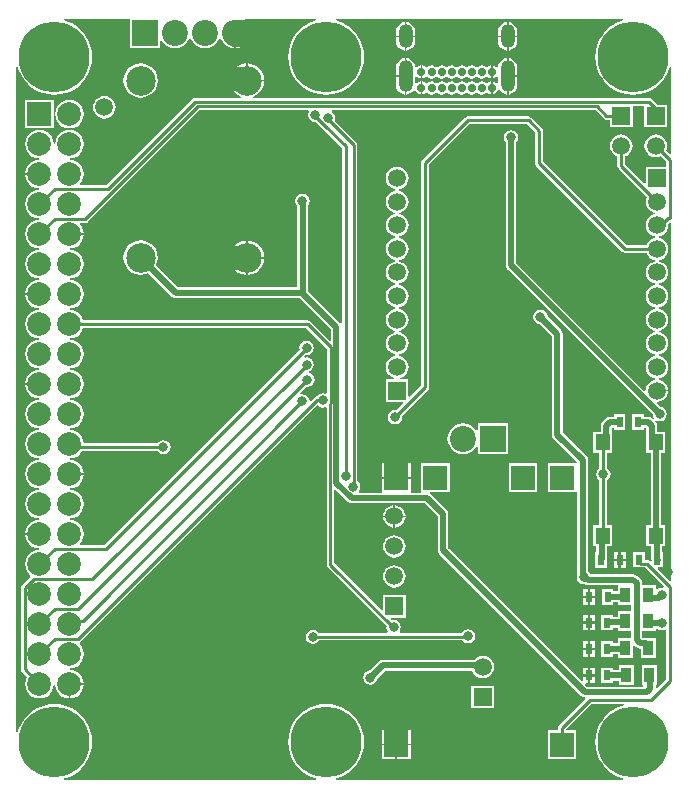
<source format=gbl>
G04*
G04 #@! TF.GenerationSoftware,Altium Limited,Altium Designer,20.0.13 (296)*
G04*
G04 Layer_Physical_Order=2*
G04 Layer_Color=16711680*
%FSLAX44Y44*%
%MOMM*%
G71*
G01*
G75*
%ADD12C,0.5000*%
%ADD14C,0.2540*%
%ADD43R,0.6000X0.9000*%
%ADD50C,2.0000*%
%ADD58R,1.5000X1.5000*%
%ADD59C,1.5000*%
%ADD60O,1.2000X2.0000*%
%ADD61O,1.2000X2.7000*%
%ADD62C,0.7100*%
%ADD63R,2.0000X2.0000*%
%ADD64C,2.5000*%
%ADD65R,2.0000X2.0000*%
%ADD66C,2.0000*%
%ADD67C,2.2000*%
%ADD68R,2.2000X2.2000*%
%ADD69C,6.0000*%
%ADD70C,0.8000*%
%ADD71R,0.9000X1.3000*%
%ADD72R,1.2000X1.4000*%
%ADD73C,2.3000*%
G36*
X1651100Y969702D02*
Y945000D01*
X1677100D01*
Y950809D01*
X1678370Y951150D01*
X1680228Y948728D01*
X1682944Y946645D01*
X1686106Y945335D01*
X1689500Y944888D01*
X1692894Y945335D01*
X1696056Y946645D01*
X1698772Y948728D01*
X1700856Y951444D01*
X1701513Y953031D01*
X1702887D01*
X1703544Y951444D01*
X1705628Y948728D01*
X1708344Y946645D01*
X1711506Y945335D01*
X1714900Y944888D01*
X1718294Y945335D01*
X1721456Y946645D01*
X1724172Y948728D01*
X1726255Y951444D01*
X1726913Y953031D01*
X1728287D01*
X1728945Y951444D01*
X1731028Y948728D01*
X1733744Y946645D01*
X1736906Y945335D01*
X1739550Y944987D01*
Y958000D01*
X1740300D01*
Y958750D01*
X1753313D01*
X1752965Y961394D01*
X1751655Y964556D01*
X1749572Y967272D01*
X1748060Y968432D01*
X1748491Y969702D01*
X1809112Y969702D01*
X1809262Y968432D01*
X1807581Y968028D01*
X1802927Y966100D01*
X1798633Y963469D01*
X1794803Y960197D01*
X1791531Y956367D01*
X1788900Y952073D01*
X1786972Y947419D01*
X1785796Y942521D01*
X1785401Y937500D01*
X1785796Y932479D01*
X1786972Y927581D01*
X1788900Y922927D01*
X1791531Y918633D01*
X1794803Y914803D01*
X1798633Y911531D01*
X1802927Y908900D01*
X1807581Y906972D01*
X1812479Y905796D01*
X1817500Y905401D01*
X1822521Y905796D01*
X1827419Y906972D01*
X1832073Y908900D01*
X1836367Y911531D01*
X1840197Y914803D01*
X1843469Y918633D01*
X1846100Y922927D01*
X1848028Y927581D01*
X1849204Y932479D01*
X1849599Y937500D01*
X1849204Y942521D01*
X1848028Y947419D01*
X1846100Y952073D01*
X1843469Y956367D01*
X1840197Y960197D01*
X1836367Y963469D01*
X1832073Y966100D01*
X1827419Y968028D01*
X1825738Y968432D01*
X1825888Y969702D01*
X2069110Y969701D01*
X2069260Y968431D01*
X2067581Y968028D01*
X2062927Y966100D01*
X2058633Y963469D01*
X2054803Y960197D01*
X2051531Y956367D01*
X2048900Y952073D01*
X2046972Y947419D01*
X2045796Y942521D01*
X2045401Y937500D01*
X2045796Y932479D01*
X2046972Y927581D01*
X2048900Y922927D01*
X2051531Y918633D01*
X2054803Y914803D01*
X2058633Y911531D01*
X2062927Y908900D01*
X2067581Y906972D01*
X2072479Y905796D01*
X2077500Y905401D01*
X2082521Y905796D01*
X2087419Y906972D01*
X2092073Y908900D01*
X2096367Y911531D01*
X2100197Y914803D01*
X2103469Y918633D01*
X2106100Y922927D01*
X2108028Y927581D01*
X2108432Y929264D01*
X2109702Y929114D01*
X2109702Y855423D01*
X2108529Y854937D01*
X2105152Y858313D01*
X2105755Y859770D01*
X2106082Y862250D01*
X2105755Y864730D01*
X2104798Y867041D01*
X2103275Y869025D01*
X2101291Y870548D01*
X2098980Y871505D01*
X2096500Y871832D01*
X2094020Y871505D01*
X2091709Y870548D01*
X2089724Y869025D01*
X2088202Y867041D01*
X2087245Y864730D01*
X2086918Y862250D01*
X2087245Y859770D01*
X2088202Y857459D01*
X2089724Y855474D01*
X2091709Y853952D01*
X2094020Y852995D01*
X2096500Y852668D01*
X2098980Y852995D01*
X2100437Y853598D01*
X2104916Y849119D01*
Y844500D01*
X2088250D01*
Y830874D01*
X2087077Y830388D01*
X2070834Y846631D01*
Y853348D01*
X2072291Y853952D01*
X2074276Y855474D01*
X2075798Y857459D01*
X2076756Y859770D01*
X2077082Y862250D01*
X2076756Y864730D01*
X2075798Y867041D01*
X2074276Y869025D01*
X2072291Y870548D01*
X2069980Y871505D01*
X2067500Y871832D01*
X2065020Y871505D01*
X2062709Y870548D01*
X2060725Y869025D01*
X2059202Y867041D01*
X2058244Y864730D01*
X2057918Y862250D01*
X2058244Y859770D01*
X2059202Y857459D01*
X2060725Y855474D01*
X2062709Y853952D01*
X2064166Y853348D01*
Y845250D01*
X2064420Y843974D01*
X2065143Y842893D01*
X2089098Y818937D01*
X2088495Y817480D01*
X2088168Y815000D01*
X2088495Y812520D01*
X2089452Y810209D01*
X2090975Y808224D01*
X2092959Y806702D01*
X2095270Y805744D01*
X2096060Y805640D01*
Y804360D01*
X2095270Y804256D01*
X2092959Y803298D01*
X2090975Y801776D01*
X2089452Y799791D01*
X2088495Y797480D01*
X2088168Y795000D01*
X2088495Y792520D01*
X2089452Y790209D01*
X2090975Y788225D01*
X2092959Y786702D01*
X2095270Y785745D01*
X2096060Y785640D01*
Y784360D01*
X2095270Y784256D01*
X2092959Y783298D01*
X2090975Y781775D01*
X2089452Y779791D01*
X2088848Y778334D01*
X2071881D01*
X2001084Y849131D01*
Y875000D01*
X2000830Y876276D01*
X2000108Y877357D01*
X1991358Y886107D01*
X1990276Y886830D01*
X1989000Y887084D01*
X1937250D01*
X1935974Y886830D01*
X1934892Y886107D01*
X1898893Y850107D01*
X1898170Y849026D01*
X1897916Y847750D01*
Y659381D01*
X1888423Y649888D01*
X1887250Y650374D01*
Y664500D01*
X1880421D01*
X1880230Y665745D01*
X1882541Y666702D01*
X1884525Y668225D01*
X1886048Y670209D01*
X1887005Y672520D01*
X1887332Y675000D01*
X1887005Y677480D01*
X1886048Y679791D01*
X1884525Y681776D01*
X1882541Y683298D01*
X1880230Y684256D01*
X1879440Y684360D01*
Y685640D01*
X1880230Y685745D01*
X1882541Y686702D01*
X1884525Y688225D01*
X1886048Y690209D01*
X1887005Y692520D01*
X1887332Y695000D01*
X1887005Y697480D01*
X1886048Y699791D01*
X1884525Y701776D01*
X1882541Y703298D01*
X1880230Y704256D01*
X1879440Y704360D01*
Y705640D01*
X1880230Y705745D01*
X1882541Y706702D01*
X1884525Y708225D01*
X1886048Y710209D01*
X1887005Y712520D01*
X1887332Y715000D01*
X1887005Y717480D01*
X1886048Y719791D01*
X1884525Y721776D01*
X1882541Y723298D01*
X1880230Y724256D01*
X1879440Y724360D01*
Y725640D01*
X1880230Y725744D01*
X1882541Y726702D01*
X1884525Y728225D01*
X1886048Y730209D01*
X1887005Y732520D01*
X1887332Y735000D01*
X1887005Y737480D01*
X1886048Y739791D01*
X1884525Y741776D01*
X1882541Y743298D01*
X1880230Y744256D01*
X1879440Y744360D01*
Y745640D01*
X1880230Y745745D01*
X1882541Y746702D01*
X1884525Y748225D01*
X1886048Y750209D01*
X1887005Y752520D01*
X1887332Y755000D01*
X1887005Y757480D01*
X1886048Y759791D01*
X1884525Y761776D01*
X1882541Y763298D01*
X1880230Y764256D01*
X1879440Y764360D01*
Y765640D01*
X1880230Y765744D01*
X1882541Y766702D01*
X1884525Y768224D01*
X1886048Y770209D01*
X1887005Y772520D01*
X1887332Y775000D01*
X1887005Y777480D01*
X1886048Y779791D01*
X1884525Y781775D01*
X1882541Y783298D01*
X1880230Y784256D01*
X1879440Y784360D01*
Y785640D01*
X1880230Y785745D01*
X1882541Y786702D01*
X1884525Y788225D01*
X1886048Y790209D01*
X1887005Y792520D01*
X1887332Y795000D01*
X1887005Y797480D01*
X1886048Y799791D01*
X1884525Y801776D01*
X1882541Y803298D01*
X1880230Y804256D01*
X1879440Y804360D01*
Y805640D01*
X1880230Y805745D01*
X1882541Y806702D01*
X1884525Y808225D01*
X1886048Y810209D01*
X1887005Y812520D01*
X1887332Y815000D01*
X1887005Y817480D01*
X1886048Y819791D01*
X1884525Y821776D01*
X1882541Y823298D01*
X1880230Y824256D01*
X1879440Y824360D01*
Y825640D01*
X1880230Y825745D01*
X1882541Y826702D01*
X1884525Y828225D01*
X1886048Y830209D01*
X1887005Y832520D01*
X1887332Y835000D01*
X1887005Y837480D01*
X1886048Y839791D01*
X1884525Y841776D01*
X1882541Y843298D01*
X1880230Y844256D01*
X1877750Y844582D01*
X1875270Y844256D01*
X1872959Y843298D01*
X1870975Y841776D01*
X1869452Y839791D01*
X1868495Y837480D01*
X1868168Y835000D01*
X1868495Y832520D01*
X1869452Y830209D01*
X1870975Y828225D01*
X1872959Y826702D01*
X1875270Y825745D01*
X1876060Y825640D01*
Y824360D01*
X1875270Y824256D01*
X1872959Y823298D01*
X1870975Y821776D01*
X1869452Y819791D01*
X1868495Y817480D01*
X1868168Y815000D01*
X1868495Y812520D01*
X1869452Y810209D01*
X1870975Y808225D01*
X1872959Y806702D01*
X1875270Y805745D01*
X1876060Y805640D01*
Y804360D01*
X1875270Y804256D01*
X1872959Y803298D01*
X1870975Y801776D01*
X1869452Y799791D01*
X1868495Y797480D01*
X1868168Y795000D01*
X1868495Y792520D01*
X1869452Y790209D01*
X1870975Y788225D01*
X1872959Y786702D01*
X1875270Y785745D01*
X1876060Y785640D01*
Y784360D01*
X1875270Y784256D01*
X1872959Y783298D01*
X1870975Y781775D01*
X1869452Y779791D01*
X1868495Y777480D01*
X1868168Y775000D01*
X1868495Y772520D01*
X1869452Y770209D01*
X1870975Y768224D01*
X1872959Y766702D01*
X1875270Y765744D01*
X1876060Y765640D01*
Y764360D01*
X1875270Y764256D01*
X1872959Y763298D01*
X1870975Y761776D01*
X1869452Y759791D01*
X1868495Y757480D01*
X1868168Y755000D01*
X1868495Y752520D01*
X1869452Y750209D01*
X1870975Y748225D01*
X1872959Y746702D01*
X1875270Y745745D01*
X1876060Y745640D01*
Y744360D01*
X1875270Y744256D01*
X1872959Y743298D01*
X1870975Y741776D01*
X1869452Y739791D01*
X1868495Y737480D01*
X1868168Y735000D01*
X1868495Y732520D01*
X1869452Y730209D01*
X1870975Y728225D01*
X1872959Y726702D01*
X1875270Y725744D01*
X1876060Y725640D01*
Y724360D01*
X1875270Y724256D01*
X1872959Y723298D01*
X1870975Y721776D01*
X1869452Y719791D01*
X1868495Y717480D01*
X1868168Y715000D01*
X1868495Y712520D01*
X1869452Y710209D01*
X1870975Y708225D01*
X1872959Y706702D01*
X1875270Y705745D01*
X1876060Y705640D01*
Y704360D01*
X1875270Y704256D01*
X1872959Y703298D01*
X1870975Y701776D01*
X1869452Y699791D01*
X1868495Y697480D01*
X1868168Y695000D01*
X1868495Y692520D01*
X1869452Y690209D01*
X1870975Y688225D01*
X1872959Y686702D01*
X1875270Y685745D01*
X1876060Y685640D01*
Y684360D01*
X1875270Y684256D01*
X1872959Y683298D01*
X1870975Y681776D01*
X1869452Y679791D01*
X1868495Y677480D01*
X1868168Y675000D01*
X1868495Y672520D01*
X1869452Y670209D01*
X1870975Y668225D01*
X1872959Y666702D01*
X1875270Y665745D01*
X1875079Y664500D01*
X1868250D01*
Y645500D01*
X1882376D01*
X1882862Y644327D01*
X1876920Y638385D01*
X1875750Y638618D01*
X1873409Y638152D01*
X1871424Y636826D01*
X1870098Y634841D01*
X1869633Y632500D01*
X1870098Y630159D01*
X1871424Y628174D01*
X1873409Y626848D01*
X1875750Y626382D01*
X1878091Y626848D01*
X1880076Y628174D01*
X1881402Y630159D01*
X1881868Y632500D01*
X1881635Y633670D01*
X1903607Y655642D01*
X1904330Y656724D01*
X1904584Y658000D01*
Y846369D01*
X1938631Y880416D01*
X1987619D01*
X1994416Y873619D01*
Y847750D01*
X1994670Y846474D01*
X1995392Y845393D01*
X2068143Y772643D01*
X2069224Y771920D01*
X2070500Y771666D01*
X2088848D01*
X2089452Y770209D01*
X2090975Y768224D01*
X2092959Y766702D01*
X2095270Y765744D01*
X2096060Y765640D01*
Y764360D01*
X2095270Y764256D01*
X2092959Y763298D01*
X2090975Y761776D01*
X2089452Y759791D01*
X2088495Y757480D01*
X2088168Y755000D01*
X2088495Y752520D01*
X2089452Y750209D01*
X2090975Y748225D01*
X2092959Y746702D01*
X2095270Y745745D01*
X2096060Y745640D01*
Y744360D01*
X2095270Y744256D01*
X2092959Y743298D01*
X2090975Y741776D01*
X2089452Y739791D01*
X2088495Y737480D01*
X2088168Y735000D01*
X2088495Y732520D01*
X2089452Y730209D01*
X2090975Y728225D01*
X2092959Y726702D01*
X2095270Y725744D01*
X2096060Y725640D01*
Y724360D01*
X2095270Y724256D01*
X2092959Y723298D01*
X2090975Y721776D01*
X2089452Y719791D01*
X2088495Y717480D01*
X2088168Y715000D01*
X2088495Y712520D01*
X2089452Y710209D01*
X2090975Y708225D01*
X2092959Y706702D01*
X2095270Y705745D01*
X2096060Y705640D01*
Y704360D01*
X2095270Y704256D01*
X2092959Y703298D01*
X2090975Y701776D01*
X2089452Y699791D01*
X2088495Y697480D01*
X2088168Y695000D01*
X2088495Y692520D01*
X2089452Y690209D01*
X2090975Y688225D01*
X2092959Y686702D01*
X2095270Y685745D01*
X2096060Y685640D01*
Y684360D01*
X2095270Y684256D01*
X2092959Y683298D01*
X2090975Y681775D01*
X2089452Y679791D01*
X2088495Y677480D01*
X2088168Y675000D01*
X2088495Y672520D01*
X2089452Y670209D01*
X2090975Y668224D01*
X2092959Y666702D01*
X2095270Y665744D01*
X2096060Y665640D01*
Y664360D01*
X2095270Y664256D01*
X2092959Y663298D01*
X2090975Y661776D01*
X2089452Y659791D01*
X2088495Y657480D01*
X2088211Y655324D01*
X2087032Y654707D01*
X1978588Y763150D01*
Y865567D01*
X1979652Y867159D01*
X1980117Y869500D01*
X1979652Y871841D01*
X1978326Y873826D01*
X1976341Y875152D01*
X1974000Y875618D01*
X1971659Y875152D01*
X1969674Y873826D01*
X1968348Y871841D01*
X1967882Y869500D01*
X1968348Y867159D01*
X1969412Y865567D01*
Y761250D01*
X1969761Y759494D01*
X1970756Y758006D01*
X2093975Y634787D01*
X2094348Y632909D01*
X2095156Y631699D01*
X2094170Y630890D01*
X2093565Y631494D01*
X2092077Y632489D01*
X2090321Y632838D01*
X2086550D01*
Y634750D01*
X2076550D01*
Y621750D01*
X2086550D01*
Y623662D01*
X2088421D01*
X2088662Y623421D01*
Y614750D01*
X2088750Y614307D01*
Y602250D01*
X2092162D01*
Y541250D01*
X2088750D01*
Y523250D01*
X2092962D01*
Y511750D01*
X2093050Y511307D01*
Y510825D01*
X2091877Y510339D01*
X2091338Y510877D01*
X2090256Y511600D01*
X2088980Y511854D01*
X2087450D01*
Y518250D01*
X2077450D01*
Y505250D01*
X2083858D01*
X2084180Y505186D01*
X2087599D01*
X2103463Y489322D01*
X2102838Y488151D01*
X2101750Y488368D01*
X2099409Y487902D01*
X2098020Y486974D01*
X2096750Y487653D01*
Y490750D01*
X2085088D01*
Y491821D01*
X2084739Y493577D01*
X2083744Y495065D01*
X2080815Y497994D01*
X2079327Y498989D01*
X2077571Y499338D01*
X2041452D01*
X2041402Y499591D01*
X2040076Y501576D01*
X2039338Y502069D01*
Y596250D01*
X2038989Y598006D01*
X2037994Y599494D01*
X2017838Y619650D01*
Y703000D01*
X2017489Y704756D01*
X2016494Y706244D01*
X2005025Y717713D01*
X2004652Y719591D01*
X2003326Y721576D01*
X2001341Y722902D01*
X1999000Y723367D01*
X1996659Y722902D01*
X1994674Y721576D01*
X1993348Y719591D01*
X1992883Y717250D01*
X1993348Y714909D01*
X1994674Y712924D01*
X1996659Y711598D01*
X1998537Y711225D01*
X2008662Y701099D01*
Y617750D01*
X2009011Y615994D01*
X2010006Y614506D01*
X2029784Y594728D01*
X2029486Y593359D01*
X2029000Y593250D01*
X2028892Y593250D01*
X2005000D01*
Y569250D01*
X2028892D01*
X2029000Y569250D01*
X2030162Y568989D01*
Y499687D01*
X2030098Y499591D01*
X2029633Y497250D01*
X2030098Y494909D01*
X2031424Y492924D01*
X2033409Y491598D01*
X2035750Y491133D01*
X2036232Y491228D01*
X2037306Y490511D01*
X2039062Y490162D01*
X2064250D01*
Y484963D01*
X2060800D01*
Y486750D01*
X2050800D01*
Y473750D01*
X2060800D01*
Y475787D01*
X2064250D01*
Y473750D01*
X2075912D01*
Y468083D01*
X2064250D01*
Y463338D01*
X2060600D01*
Y465000D01*
X2050600D01*
Y452000D01*
X2060600D01*
Y454162D01*
X2064250D01*
Y451083D01*
X2075912D01*
Y445417D01*
X2064250D01*
Y440963D01*
X2060600D01*
Y442625D01*
X2050600D01*
Y429625D01*
X2060600D01*
Y431787D01*
X2064250D01*
Y428417D01*
X2077250D01*
Y438811D01*
X2078520Y439337D01*
X2080185Y437672D01*
X2081673Y436678D01*
X2083429Y436329D01*
X2083750D01*
Y428417D01*
X2096750D01*
Y445417D01*
X2088693D01*
X2088250Y445505D01*
X2085330D01*
X2085088Y445746D01*
Y451083D01*
X2096750D01*
Y453147D01*
X2098020Y453526D01*
X2099409Y452598D01*
X2101750Y452132D01*
X2103876Y452555D01*
X2105146Y451892D01*
Y410158D01*
X2097858Y402870D01*
X2096588Y403396D01*
Y405750D01*
X2097750D01*
Y422750D01*
X2084750D01*
Y405750D01*
X2085614D01*
X2086179Y404480D01*
X2086051Y404338D01*
X2038401D01*
X2036662Y406077D01*
X2037148Y407250D01*
X2039000D01*
Y412750D01*
X2035000D01*
Y409398D01*
X2033827Y408912D01*
X1921088Y521651D01*
Y550500D01*
X1920739Y552256D01*
X1919744Y553744D01*
X1906244Y567244D01*
X1905143Y567980D01*
X1905529Y569250D01*
X1922000D01*
Y593250D01*
X1898000D01*
Y569858D01*
X1898000Y569250D01*
X1897004Y568588D01*
X1889996D01*
X1889000Y569250D01*
X1889000Y569858D01*
Y580500D01*
X1865000D01*
Y569858D01*
X1865000Y569250D01*
X1864004Y568588D01*
X1845686D01*
X1845116Y569858D01*
X1846152Y571409D01*
X1846617Y573750D01*
X1846152Y576091D01*
X1844826Y578076D01*
X1844045Y578597D01*
Y862740D01*
X1843791Y864016D01*
X1843069Y865098D01*
X1824844Y883322D01*
X1824902Y883409D01*
X1825367Y885750D01*
X1824902Y888091D01*
X1823576Y890076D01*
X1822318Y890916D01*
X1822704Y892186D01*
X2045599D01*
X2052493Y885293D01*
X2053574Y884570D01*
X2054850Y884316D01*
X2058000D01*
Y878150D01*
X2077000D01*
Y895976D01*
X2087000D01*
Y878150D01*
X2106000D01*
Y897150D01*
X2097565D01*
X2093047Y901668D01*
X2091966Y902390D01*
X2090690Y902644D01*
X1755844D01*
X1755591Y903914D01*
X1757813Y904834D01*
X1760842Y907159D01*
X1763166Y910187D01*
X1764627Y913715D01*
X1765026Y916750D01*
X1750500D01*
X1735974D01*
X1736373Y913715D01*
X1737834Y910187D01*
X1740159Y907159D01*
X1743188Y904834D01*
X1745409Y903914D01*
X1745156Y902644D01*
X1706560D01*
X1705284Y902390D01*
X1704203Y901668D01*
X1631549Y829014D01*
X1609878D01*
X1609252Y830284D01*
X1610682Y832148D01*
X1611891Y835067D01*
X1612304Y838200D01*
X1611891Y841333D01*
X1610682Y844252D01*
X1608759Y846758D01*
X1606252Y848682D01*
X1603333Y849891D01*
X1600535Y850259D01*
Y851541D01*
X1603333Y851909D01*
X1606252Y853118D01*
X1608759Y855042D01*
X1610682Y857548D01*
X1611891Y860467D01*
X1612304Y863600D01*
X1611891Y866733D01*
X1610682Y869652D01*
X1608759Y872159D01*
X1606252Y874082D01*
X1603333Y875291D01*
X1601104Y875584D01*
X1600535Y875660D01*
Y876940D01*
X1601104Y877016D01*
X1603333Y877309D01*
X1606252Y878518D01*
X1608759Y880442D01*
X1610682Y882948D01*
X1611891Y885867D01*
X1612304Y889000D01*
X1611891Y892133D01*
X1610682Y895052D01*
X1608759Y897559D01*
X1606252Y899482D01*
X1603333Y900691D01*
X1600200Y901104D01*
X1597067Y900691D01*
X1594148Y899482D01*
X1591642Y897559D01*
X1589718Y895052D01*
X1588509Y892133D01*
X1588096Y889000D01*
X1588509Y885867D01*
X1589718Y882948D01*
X1591642Y880442D01*
X1594148Y878518D01*
X1597067Y877309D01*
X1599296Y877016D01*
X1599866Y876940D01*
Y875660D01*
X1599296Y875584D01*
X1597067Y875291D01*
X1594148Y874082D01*
X1591642Y872159D01*
X1589718Y869652D01*
X1588509Y866733D01*
X1588141Y863934D01*
X1586859D01*
X1586491Y866733D01*
X1585282Y869652D01*
X1583358Y872159D01*
X1580852Y874082D01*
X1577933Y875291D01*
X1574800Y875704D01*
X1571667Y875291D01*
X1568748Y874082D01*
X1566241Y872159D01*
X1564318Y869652D01*
X1563109Y866733D01*
X1562696Y863600D01*
X1563109Y860467D01*
X1564318Y857548D01*
X1566241Y855042D01*
X1568748Y853118D01*
X1571667Y851909D01*
X1574465Y851541D01*
Y850259D01*
X1571667Y849891D01*
X1568748Y848682D01*
X1566241Y846758D01*
X1564318Y844252D01*
X1563109Y841333D01*
X1562795Y838950D01*
X1574800D01*
Y837450D01*
X1562795D01*
X1563109Y835067D01*
X1564318Y832148D01*
X1566241Y829641D01*
X1568748Y827718D01*
X1571667Y826509D01*
X1574465Y826141D01*
Y824859D01*
X1571667Y824491D01*
X1568748Y823282D01*
X1566241Y821358D01*
X1564318Y818852D01*
X1563109Y815933D01*
X1562696Y812800D01*
X1563109Y809667D01*
X1564318Y806748D01*
X1566241Y804241D01*
X1568748Y802318D01*
X1571667Y801109D01*
X1574465Y800741D01*
Y799460D01*
X1571667Y799091D01*
X1568748Y797882D01*
X1566241Y795958D01*
X1564318Y793452D01*
X1563109Y790533D01*
X1562696Y787400D01*
X1563109Y784267D01*
X1564318Y781348D01*
X1566241Y778841D01*
X1568748Y776918D01*
X1571667Y775709D01*
X1574465Y775340D01*
Y774060D01*
X1571667Y773691D01*
X1568748Y772482D01*
X1566241Y770558D01*
X1564318Y768052D01*
X1563109Y765133D01*
X1562696Y762000D01*
X1563109Y758867D01*
X1564318Y755948D01*
X1566241Y753441D01*
X1568748Y751518D01*
X1571667Y750309D01*
X1574465Y749940D01*
Y748660D01*
X1571667Y748291D01*
X1568748Y747082D01*
X1566241Y745158D01*
X1564318Y742652D01*
X1563109Y739733D01*
X1562795Y737350D01*
X1574800D01*
Y735850D01*
X1562795D01*
X1563109Y733467D01*
X1564318Y730548D01*
X1566241Y728042D01*
X1568748Y726118D01*
X1571667Y724909D01*
X1574465Y724540D01*
Y723260D01*
X1571667Y722891D01*
X1568748Y721682D01*
X1566241Y719759D01*
X1564318Y717252D01*
X1563109Y714333D01*
X1562696Y711200D01*
X1563109Y708067D01*
X1564318Y705148D01*
X1566241Y702642D01*
X1568748Y700718D01*
X1571667Y699509D01*
X1574465Y699140D01*
Y697859D01*
X1571667Y697491D01*
X1568748Y696282D01*
X1566241Y694359D01*
X1564318Y691852D01*
X1563109Y688933D01*
X1562696Y685800D01*
X1563109Y682667D01*
X1564318Y679748D01*
X1566241Y677242D01*
X1568748Y675318D01*
X1571667Y674109D01*
X1574465Y673740D01*
Y672459D01*
X1571667Y672091D01*
X1568748Y670882D01*
X1566241Y668959D01*
X1564318Y666452D01*
X1563109Y663533D01*
X1562795Y661150D01*
X1574800D01*
Y659650D01*
X1562795D01*
X1563109Y657267D01*
X1564318Y654348D01*
X1566241Y651842D01*
X1568748Y649918D01*
X1571667Y648709D01*
X1574465Y648341D01*
Y647059D01*
X1571667Y646691D01*
X1568748Y645482D01*
X1566241Y643559D01*
X1564318Y641052D01*
X1563109Y638133D01*
X1562696Y635000D01*
X1563109Y631867D01*
X1564318Y628948D01*
X1566241Y626441D01*
X1568748Y624518D01*
X1571667Y623309D01*
X1574465Y622940D01*
Y621660D01*
X1571667Y621291D01*
X1568748Y620082D01*
X1566241Y618158D01*
X1564318Y615652D01*
X1563109Y612733D01*
X1562696Y609600D01*
X1563109Y606467D01*
X1564318Y603548D01*
X1566241Y601041D01*
X1568748Y599118D01*
X1571667Y597909D01*
X1574465Y597541D01*
Y596259D01*
X1571667Y595891D01*
X1568748Y594682D01*
X1566241Y592758D01*
X1564318Y590252D01*
X1563109Y587333D01*
X1562696Y584200D01*
X1563109Y581067D01*
X1564318Y578148D01*
X1566241Y575642D01*
X1568748Y573718D01*
X1571667Y572509D01*
X1574465Y572141D01*
Y570859D01*
X1571667Y570491D01*
X1568748Y569282D01*
X1566241Y567359D01*
X1564318Y564852D01*
X1563109Y561933D01*
X1562696Y558800D01*
X1563109Y555667D01*
X1564318Y552748D01*
X1566241Y550242D01*
X1568748Y548318D01*
X1571667Y547109D01*
X1574465Y546740D01*
Y545460D01*
X1571667Y545091D01*
X1568748Y543882D01*
X1566241Y541959D01*
X1564318Y539452D01*
X1563109Y536533D01*
X1562795Y534150D01*
X1574800D01*
Y532650D01*
X1562795D01*
X1563109Y530267D01*
X1564318Y527348D01*
X1566241Y524841D01*
X1568748Y522918D01*
X1571667Y521709D01*
X1574465Y521340D01*
Y520060D01*
X1571667Y519691D01*
X1568748Y518482D01*
X1566241Y516558D01*
X1564318Y514052D01*
X1563109Y511133D01*
X1562696Y508000D01*
X1563109Y504867D01*
X1564318Y501948D01*
X1566241Y499441D01*
X1567006Y498855D01*
X1567021Y497242D01*
X1559922Y490144D01*
X1559200Y489062D01*
X1558946Y487786D01*
Y418920D01*
X1559200Y417644D01*
X1559922Y416562D01*
X1564235Y412250D01*
X1563109Y409533D01*
X1562696Y406400D01*
X1563109Y403267D01*
X1564318Y400348D01*
X1566241Y397841D01*
X1568748Y395918D01*
X1571667Y394709D01*
X1574800Y394296D01*
X1577933Y394709D01*
X1580852Y395918D01*
X1583358Y397841D01*
X1585282Y400348D01*
X1586491Y403267D01*
X1586859Y406065D01*
X1588141D01*
X1588509Y403267D01*
X1589718Y400348D01*
X1591642Y397841D01*
X1594148Y395918D01*
X1597067Y394709D01*
X1599450Y394395D01*
Y406400D01*
X1600200D01*
Y407150D01*
X1612205D01*
X1611891Y409533D01*
X1610682Y412452D01*
X1608759Y414958D01*
X1606252Y416882D01*
X1603333Y418091D01*
X1600535Y418460D01*
Y419740D01*
X1603333Y420109D01*
X1606252Y421318D01*
X1608759Y423242D01*
X1610682Y425748D01*
X1611891Y428667D01*
X1612304Y431800D01*
X1611891Y434933D01*
X1610682Y437852D01*
X1608820Y440278D01*
X1608878Y440844D01*
X1609101Y441697D01*
X1610038Y442323D01*
X1810165Y642450D01*
X1810424Y642424D01*
X1812409Y641098D01*
X1814750Y640632D01*
X1816606Y641002D01*
X1817876Y640211D01*
Y507676D01*
X1818130Y506400D01*
X1818852Y505319D01*
X1868763Y455408D01*
X1868633Y454750D01*
X1869098Y452409D01*
X1869803Y451354D01*
X1869124Y450084D01*
X1811321D01*
X1810826Y450826D01*
X1808841Y452152D01*
X1806500Y452617D01*
X1804159Y452152D01*
X1802174Y450826D01*
X1800848Y448841D01*
X1800383Y446500D01*
X1800848Y444159D01*
X1802174Y442174D01*
X1804159Y440848D01*
X1806500Y440382D01*
X1808841Y440848D01*
X1810826Y442174D01*
X1811655Y443416D01*
X1932929D01*
X1933424Y442674D01*
X1935409Y441348D01*
X1937750Y440882D01*
X1940091Y441348D01*
X1942076Y442674D01*
X1943402Y444659D01*
X1943867Y447000D01*
X1943402Y449341D01*
X1942076Y451326D01*
X1940091Y452652D01*
X1937750Y453117D01*
X1935409Y452652D01*
X1933424Y451326D01*
X1932595Y450084D01*
X1880376D01*
X1879697Y451354D01*
X1880402Y452409D01*
X1880867Y454750D01*
X1880402Y457091D01*
X1879076Y459076D01*
X1877091Y460402D01*
X1874750Y460868D01*
X1873068Y460533D01*
X1872074Y461527D01*
X1872561Y462700D01*
X1884750D01*
Y481700D01*
X1865750D01*
Y469511D01*
X1864577Y469025D01*
X1824544Y509057D01*
Y570598D01*
X1825717Y571084D01*
X1836046Y560756D01*
X1837534Y559761D01*
X1839290Y559412D01*
X1901100D01*
X1911912Y548600D01*
Y519750D01*
X1912261Y517994D01*
X1913256Y516506D01*
X2033256Y396506D01*
X2034744Y395511D01*
X2036417Y395178D01*
X2036730Y394697D01*
X2037023Y393988D01*
X2014642Y371608D01*
X2013920Y370526D01*
X2013666Y369250D01*
Y367250D01*
X2005000D01*
Y343250D01*
X2029000D01*
Y367250D01*
X2021511D01*
X2020985Y368520D01*
X2042381Y389916D01*
X2070005D01*
X2070155Y388646D01*
X2067581Y388028D01*
X2062927Y386100D01*
X2058633Y383469D01*
X2054803Y380197D01*
X2051531Y376367D01*
X2048900Y372073D01*
X2046972Y367419D01*
X2045796Y362521D01*
X2045401Y357500D01*
X2045796Y352479D01*
X2046972Y347581D01*
X2048900Y342927D01*
X2051531Y338633D01*
X2054803Y334803D01*
X2058633Y331531D01*
X2062927Y328900D01*
X2067581Y326972D01*
X2069264Y326568D01*
X2069114Y325298D01*
X1825888Y325298D01*
X1825738Y326568D01*
X1827419Y326972D01*
X1832073Y328900D01*
X1836367Y331531D01*
X1840197Y334803D01*
X1843469Y338633D01*
X1846100Y342927D01*
X1848028Y347581D01*
X1849204Y352479D01*
X1849599Y357500D01*
X1849204Y362521D01*
X1848028Y367419D01*
X1846100Y372073D01*
X1843469Y376367D01*
X1840197Y380197D01*
X1836367Y383469D01*
X1832073Y386100D01*
X1827419Y388028D01*
X1822521Y389204D01*
X1817500Y389599D01*
X1812479Y389204D01*
X1807581Y388028D01*
X1802927Y386100D01*
X1798633Y383469D01*
X1794803Y380197D01*
X1791531Y376367D01*
X1788900Y372073D01*
X1786972Y367419D01*
X1785796Y362521D01*
X1785401Y357500D01*
X1785796Y352479D01*
X1786972Y347581D01*
X1788900Y342927D01*
X1791531Y338633D01*
X1794803Y334803D01*
X1798633Y331531D01*
X1802927Y328900D01*
X1807581Y326972D01*
X1809262Y326568D01*
X1809112Y325298D01*
X1595889Y325299D01*
X1595739Y326569D01*
X1597419Y326972D01*
X1602073Y328900D01*
X1606367Y331531D01*
X1610197Y334803D01*
X1613469Y338633D01*
X1616100Y342927D01*
X1618028Y347581D01*
X1619204Y352479D01*
X1619599Y357500D01*
X1619204Y362521D01*
X1618028Y367419D01*
X1616100Y372073D01*
X1613469Y376367D01*
X1610197Y380197D01*
X1606367Y383469D01*
X1602073Y386100D01*
X1597419Y388028D01*
X1592521Y389204D01*
X1587500Y389599D01*
X1582479Y389204D01*
X1577581Y388028D01*
X1572927Y386100D01*
X1568633Y383469D01*
X1564803Y380197D01*
X1561531Y376367D01*
X1558900Y372073D01*
X1556972Y367419D01*
X1556568Y365736D01*
X1555298Y365886D01*
X1555299Y929111D01*
X1556569Y929261D01*
X1556972Y927581D01*
X1558900Y922927D01*
X1561531Y918633D01*
X1564803Y914803D01*
X1568633Y911531D01*
X1572927Y908900D01*
X1577581Y906972D01*
X1582479Y905796D01*
X1587500Y905401D01*
X1592521Y905796D01*
X1597419Y906972D01*
X1602073Y908900D01*
X1606367Y911531D01*
X1610197Y914803D01*
X1613469Y918633D01*
X1616100Y922927D01*
X1618028Y927581D01*
X1619204Y932479D01*
X1619599Y937500D01*
X1619204Y942521D01*
X1618028Y947419D01*
X1616100Y952073D01*
X1613469Y956367D01*
X1610197Y960197D01*
X1606367Y963469D01*
X1602073Y966100D01*
X1597419Y968028D01*
X1595736Y968432D01*
X1595886Y969702D01*
X1651100Y969702D01*
D02*
G37*
G36*
X1803165Y891066D02*
X1802848Y890591D01*
X1802383Y888250D01*
X1802848Y885909D01*
X1804174Y883924D01*
X1806159Y882598D01*
X1808500Y882132D01*
X1809044Y882241D01*
X1809928Y881357D01*
X1810372Y880692D01*
X1814192Y876872D01*
X1814857Y876428D01*
X1830646Y860639D01*
Y712760D01*
X1830020Y712409D01*
X1829376Y712296D01*
X1802338Y739333D01*
Y811941D01*
X1803152Y813159D01*
X1803618Y815500D01*
X1803152Y817841D01*
X1801826Y819826D01*
X1799841Y821152D01*
X1797500Y821618D01*
X1795159Y821152D01*
X1793174Y819826D01*
X1791848Y817841D01*
X1791382Y815500D01*
X1791848Y813159D01*
X1793162Y811193D01*
Y742338D01*
X1692151D01*
X1673498Y760990D01*
X1674627Y763715D01*
X1675125Y767500D01*
X1674627Y771285D01*
X1673166Y774812D01*
X1670842Y777841D01*
X1667813Y780166D01*
X1664285Y781627D01*
X1660500Y782125D01*
X1656715Y781627D01*
X1653187Y780166D01*
X1650159Y777841D01*
X1647834Y774812D01*
X1646373Y771285D01*
X1645875Y767500D01*
X1646373Y763715D01*
X1647834Y760187D01*
X1650159Y757159D01*
X1653187Y754834D01*
X1656715Y753373D01*
X1660500Y752875D01*
X1664285Y753373D01*
X1667010Y754502D01*
X1687006Y734506D01*
X1688494Y733511D01*
X1690250Y733162D01*
X1795532D01*
X1821702Y706992D01*
Y697673D01*
X1820529Y697187D01*
X1804158Y713558D01*
X1803076Y714280D01*
X1801800Y714534D01*
X1611808D01*
X1610682Y717252D01*
X1608759Y719759D01*
X1606252Y721682D01*
X1603333Y722891D01*
X1600535Y723260D01*
Y724540D01*
X1603333Y724909D01*
X1606252Y726118D01*
X1608759Y728042D01*
X1610682Y730548D01*
X1611891Y733467D01*
X1612304Y736600D01*
X1611891Y739733D01*
X1610682Y742652D01*
X1608759Y745158D01*
X1606252Y747082D01*
X1603333Y748291D01*
X1600535Y748660D01*
Y749940D01*
X1603333Y750309D01*
X1606252Y751518D01*
X1608759Y753441D01*
X1610682Y755948D01*
X1611891Y758867D01*
X1612304Y762000D01*
X1611891Y765133D01*
X1610682Y768052D01*
X1608759Y770558D01*
X1606252Y772482D01*
X1603333Y773691D01*
X1600535Y774060D01*
Y775340D01*
X1603333Y775709D01*
X1606252Y776918D01*
X1608759Y778841D01*
X1610682Y781348D01*
X1611891Y784267D01*
X1612205Y786650D01*
X1600200D01*
Y788150D01*
X1612205D01*
X1611891Y790533D01*
X1610682Y793452D01*
X1608975Y795676D01*
X1609395Y796946D01*
X1613530D01*
X1614806Y797200D01*
X1615887Y797923D01*
X1710151Y892186D01*
X1802567D01*
X1803165Y891066D01*
D02*
G37*
G36*
X1817936Y690349D02*
Y653249D01*
X1816666Y652486D01*
X1814750Y652868D01*
X1812409Y652402D01*
X1810424Y651076D01*
X1809762Y650084D01*
X1809750D01*
X1808474Y649830D01*
X1807392Y649108D01*
X1804600Y646315D01*
X1803222Y646733D01*
X1802902Y648341D01*
X1801576Y650326D01*
X1799591Y651652D01*
X1797250Y652117D01*
X1795850Y651839D01*
X1795225Y653010D01*
X1800580Y658365D01*
X1801750Y658132D01*
X1804091Y658598D01*
X1806076Y659924D01*
X1807402Y661909D01*
X1807867Y664250D01*
X1807402Y666591D01*
X1806076Y668576D01*
X1804091Y669902D01*
X1803336Y670052D01*
Y671347D01*
X1803341Y671348D01*
X1805326Y672674D01*
X1806652Y674659D01*
X1807117Y677000D01*
X1806652Y679341D01*
X1805326Y681326D01*
X1803341Y682652D01*
X1801000Y683118D01*
X1799288Y682777D01*
X1798663Y683948D01*
X1799830Y685115D01*
X1801000Y684883D01*
X1803341Y685348D01*
X1805326Y686674D01*
X1806652Y688659D01*
X1807117Y691000D01*
X1806652Y693341D01*
X1805326Y695326D01*
X1803341Y696652D01*
X1801000Y697117D01*
X1798659Y696652D01*
X1796674Y695326D01*
X1795348Y693341D01*
X1794883Y691000D01*
X1795115Y689830D01*
X1629499Y524214D01*
X1609878D01*
X1609252Y525484D01*
X1610682Y527348D01*
X1611891Y530267D01*
X1612304Y533400D01*
X1611891Y536533D01*
X1610682Y539452D01*
X1608759Y541959D01*
X1606252Y543882D01*
X1603333Y545091D01*
X1600535Y545460D01*
Y546740D01*
X1603333Y547109D01*
X1606252Y548318D01*
X1608759Y550242D01*
X1610682Y552748D01*
X1611891Y555667D01*
X1612304Y558800D01*
X1611891Y561933D01*
X1610682Y564852D01*
X1608759Y567359D01*
X1606252Y569282D01*
X1603333Y570491D01*
X1600535Y570859D01*
Y572141D01*
X1603333Y572509D01*
X1606252Y573718D01*
X1608759Y575642D01*
X1610682Y578148D01*
X1611891Y581067D01*
X1612205Y583450D01*
X1600200D01*
Y584950D01*
X1612205D01*
X1611891Y587333D01*
X1610682Y590252D01*
X1608759Y592758D01*
X1606252Y594682D01*
X1603333Y595891D01*
X1600535Y596259D01*
Y597541D01*
X1603333Y597909D01*
X1606252Y599118D01*
X1608759Y601041D01*
X1610682Y603548D01*
X1610731Y603666D01*
X1674762D01*
X1675424Y602674D01*
X1677409Y601348D01*
X1679750Y600882D01*
X1682091Y601348D01*
X1684076Y602674D01*
X1685402Y604659D01*
X1685867Y607000D01*
X1685402Y609341D01*
X1684076Y611326D01*
X1682091Y612652D01*
X1679750Y613117D01*
X1677409Y612652D01*
X1675424Y611326D01*
X1674762Y610334D01*
X1612207D01*
X1611891Y612733D01*
X1610682Y615652D01*
X1608759Y618158D01*
X1606252Y620082D01*
X1603333Y621291D01*
X1600535Y621660D01*
Y622940D01*
X1603333Y623309D01*
X1606252Y624518D01*
X1608759Y626441D01*
X1610682Y628948D01*
X1611891Y631867D01*
X1612304Y635000D01*
X1611891Y638133D01*
X1610682Y641052D01*
X1608759Y643559D01*
X1606252Y645482D01*
X1603333Y646691D01*
X1600535Y647059D01*
Y648341D01*
X1603333Y648709D01*
X1606252Y649918D01*
X1608759Y651842D01*
X1610682Y654348D01*
X1611891Y657267D01*
X1612304Y660400D01*
X1611891Y663533D01*
X1610682Y666452D01*
X1608759Y668959D01*
X1606252Y670882D01*
X1603333Y672091D01*
X1600535Y672459D01*
Y673740D01*
X1603333Y674109D01*
X1606252Y675318D01*
X1608759Y677242D01*
X1610682Y679748D01*
X1611891Y682667D01*
X1612304Y685800D01*
X1611891Y688933D01*
X1610682Y691852D01*
X1608759Y694359D01*
X1606252Y696282D01*
X1603333Y697491D01*
X1600535Y697859D01*
Y699140D01*
X1603333Y699509D01*
X1606252Y700718D01*
X1608759Y702642D01*
X1610682Y705148D01*
X1611808Y707866D01*
X1800419D01*
X1817936Y690349D01*
D02*
G37*
G36*
X2109702Y796410D02*
X2109701Y494173D01*
X2108528Y493687D01*
X2098138Y504077D01*
X2098625Y505250D01*
X2103050D01*
Y518250D01*
X2102138D01*
Y523250D01*
X2104750D01*
Y541250D01*
X2101338D01*
Y602250D01*
X2104750D01*
Y620250D01*
X2097838D01*
Y625321D01*
X2097489Y627077D01*
X2096494Y628565D01*
X2095640Y629420D01*
X2096449Y630406D01*
X2097659Y629598D01*
X2100000Y629132D01*
X2102341Y629598D01*
X2104326Y630924D01*
X2105652Y632909D01*
X2106118Y635250D01*
X2105652Y637591D01*
X2104326Y639576D01*
X2102341Y640902D01*
X2100463Y641275D01*
X2097457Y644282D01*
X2098074Y645461D01*
X2100230Y645745D01*
X2102541Y646702D01*
X2104525Y648225D01*
X2106048Y650209D01*
X2107005Y652520D01*
X2107233Y654250D01*
X2097750D01*
Y655750D01*
X2107233D01*
X2107005Y657480D01*
X2106048Y659791D01*
X2104525Y661776D01*
X2102541Y663298D01*
X2100230Y664256D01*
X2099440Y664360D01*
Y665640D01*
X2100230Y665744D01*
X2102541Y666702D01*
X2104525Y668224D01*
X2106048Y670209D01*
X2107005Y672520D01*
X2107332Y675000D01*
X2107005Y677480D01*
X2106048Y679791D01*
X2104525Y681775D01*
X2102541Y683298D01*
X2100230Y684256D01*
X2099440Y684360D01*
Y685640D01*
X2100230Y685745D01*
X2102541Y686702D01*
X2104525Y688225D01*
X2106048Y690209D01*
X2107005Y692520D01*
X2107332Y695000D01*
X2107005Y697480D01*
X2106048Y699791D01*
X2104525Y701776D01*
X2102541Y703298D01*
X2100230Y704256D01*
X2099440Y704360D01*
Y705640D01*
X2100230Y705745D01*
X2102541Y706702D01*
X2104525Y708225D01*
X2106048Y710209D01*
X2107005Y712520D01*
X2107332Y715000D01*
X2107005Y717480D01*
X2106048Y719791D01*
X2104525Y721776D01*
X2102541Y723298D01*
X2100230Y724256D01*
X2099440Y724360D01*
Y725640D01*
X2100230Y725744D01*
X2102541Y726702D01*
X2104525Y728225D01*
X2106048Y730209D01*
X2107005Y732520D01*
X2107332Y735000D01*
X2107005Y737480D01*
X2106048Y739791D01*
X2104525Y741776D01*
X2102541Y743298D01*
X2100230Y744256D01*
X2099440Y744360D01*
Y745640D01*
X2100230Y745745D01*
X2102541Y746702D01*
X2104525Y748225D01*
X2106048Y750209D01*
X2107005Y752520D01*
X2107332Y755000D01*
X2107005Y757480D01*
X2106048Y759791D01*
X2104525Y761776D01*
X2102541Y763298D01*
X2100230Y764256D01*
X2099440Y764360D01*
Y765640D01*
X2100230Y765744D01*
X2102541Y766702D01*
X2104525Y768224D01*
X2106048Y770209D01*
X2107005Y772520D01*
X2107332Y775000D01*
X2107005Y777480D01*
X2106048Y779791D01*
X2104525Y781775D01*
X2102541Y783298D01*
X2100230Y784256D01*
X2099440Y784360D01*
Y785640D01*
X2100230Y785745D01*
X2102541Y786702D01*
X2104525Y788225D01*
X2106048Y790209D01*
X2107005Y792520D01*
X2107332Y795000D01*
X2107158Y796321D01*
X2108253Y797417D01*
X2108432Y797452D01*
X2109702Y796410D01*
D02*
G37*
%LPC*%
G36*
X1972001Y966821D02*
Y955600D01*
X1979320D01*
Y958850D01*
X1979045Y960939D01*
X1978239Y962885D01*
X1976957Y964556D01*
X1975286Y965838D01*
X1973340Y966644D01*
X1972001Y966821D01*
D02*
G37*
G36*
X1885499D02*
Y955600D01*
X1892818D01*
Y958850D01*
X1892543Y960939D01*
X1891737Y962885D01*
X1890455Y964556D01*
X1888783Y965838D01*
X1886837Y966644D01*
X1885499Y966821D01*
D02*
G37*
G36*
X1970501Y966821D02*
X1969163Y966644D01*
X1967217Y965838D01*
X1965546Y964556D01*
X1964263Y962885D01*
X1963457Y960939D01*
X1963182Y958850D01*
Y955600D01*
X1970501D01*
Y966821D01*
D02*
G37*
G36*
X1883999D02*
X1882661Y966644D01*
X1880714Y965838D01*
X1879043Y964556D01*
X1877761Y962885D01*
X1876955Y960939D01*
X1876680Y958850D01*
Y955600D01*
X1883999D01*
Y966821D01*
D02*
G37*
G36*
X1753313Y957250D02*
X1741050D01*
Y944987D01*
X1743694Y945335D01*
X1746856Y946645D01*
X1749572Y948728D01*
X1751655Y951444D01*
X1752965Y954606D01*
X1753313Y957250D01*
D02*
G37*
G36*
X1979320Y954100D02*
X1972001D01*
Y942880D01*
X1973340Y943056D01*
X1975286Y943862D01*
X1976957Y945145D01*
X1978239Y946816D01*
X1979045Y948762D01*
X1979320Y950850D01*
Y954100D01*
D02*
G37*
G36*
X1892818D02*
X1885499D01*
Y942880D01*
X1886837Y943056D01*
X1888783Y943862D01*
X1890455Y945145D01*
X1891737Y946816D01*
X1892543Y948762D01*
X1892818Y950850D01*
Y954100D01*
D02*
G37*
G36*
X1970501D02*
X1963182D01*
Y950850D01*
X1963457Y948762D01*
X1964263Y946816D01*
X1965546Y945145D01*
X1967217Y943862D01*
X1969163Y943056D01*
X1970501Y942880D01*
Y954100D01*
D02*
G37*
G36*
X1883999D02*
X1876680D01*
Y950850D01*
X1876955Y948762D01*
X1877761Y946816D01*
X1879043Y945145D01*
X1880714Y943862D01*
X1882661Y943056D01*
X1883999Y942880D01*
Y954100D01*
D02*
G37*
G36*
X1949250Y930407D02*
X1947084Y929977D01*
X1945961Y929226D01*
X1945000Y928848D01*
X1944039Y929226D01*
X1942916Y929977D01*
X1940751Y930407D01*
X1938585Y929977D01*
X1936750Y928750D01*
X1936251D01*
X1934415Y929977D01*
X1932249Y930407D01*
X1930084Y929977D01*
X1928961Y929226D01*
X1928000Y928848D01*
X1927039Y929226D01*
X1925916Y929977D01*
X1923751Y930407D01*
X1921585Y929977D01*
X1919749Y928750D01*
X1919250D01*
X1917415Y929977D01*
X1915249Y930407D01*
X1913084Y929977D01*
X1911961Y929226D01*
X1911000Y928848D01*
X1910039Y929226D01*
X1908916Y929977D01*
X1906750Y930407D01*
X1904585Y929977D01*
X1902749Y928750D01*
X1902250D01*
X1900414Y929977D01*
X1898999Y930258D01*
Y924749D01*
Y919239D01*
X1900414Y919521D01*
X1902250Y920747D01*
X1902749D01*
X1904585Y919521D01*
X1906750Y919090D01*
X1908916Y919521D01*
X1910039Y920271D01*
X1911000Y920650D01*
X1911961Y920271D01*
X1913084Y919521D01*
X1915249Y919090D01*
X1917415Y919521D01*
X1919250Y920747D01*
X1919749D01*
X1921585Y919521D01*
X1923751Y919090D01*
X1925916Y919521D01*
X1927039Y920271D01*
X1928000Y920650D01*
X1928961Y920271D01*
X1930084Y919521D01*
X1932249Y919090D01*
X1934415Y919521D01*
X1936251Y920747D01*
X1936750D01*
X1938585Y919521D01*
X1940751Y919090D01*
X1942916Y919521D01*
X1944039Y920271D01*
X1945000Y920650D01*
X1945961Y920271D01*
X1947084Y919521D01*
X1949250Y919090D01*
X1951415Y919521D01*
X1953251Y920747D01*
X1953750D01*
X1955585Y919521D01*
X1957001Y919239D01*
Y924749D01*
Y930258D01*
X1955585Y929977D01*
X1953750Y928750D01*
X1953251D01*
X1951415Y929977D01*
X1949250Y930407D01*
D02*
G37*
G36*
X1970501Y936520D02*
X1969163Y936344D01*
X1967217Y935538D01*
X1965546Y934256D01*
X1964263Y932585D01*
X1963457Y930638D01*
X1963220Y928839D01*
X1962463Y928528D01*
X1961912Y928511D01*
X1961752Y928750D01*
X1959917Y929977D01*
X1958501Y930258D01*
Y924749D01*
Y919239D01*
X1959917Y919521D01*
X1961752Y920747D01*
X1961912Y920986D01*
X1963182Y920601D01*
Y915399D01*
X1961912Y915013D01*
X1961752Y915253D01*
X1959917Y916479D01*
X1958501Y916761D01*
Y911251D01*
Y905742D01*
X1959917Y906023D01*
X1961752Y907250D01*
X1962979Y909086D01*
X1963007Y909228D01*
X1963921Y909437D01*
X1964340Y909416D01*
X1965546Y907844D01*
X1967217Y906562D01*
X1969163Y905756D01*
X1970501Y905580D01*
Y921050D01*
Y936520D01*
D02*
G37*
G36*
X1972001Y936520D02*
Y921800D01*
X1979320D01*
Y928550D01*
X1979045Y930638D01*
X1978239Y932585D01*
X1976957Y934256D01*
X1975286Y935538D01*
X1973340Y936344D01*
X1972001Y936520D01*
D02*
G37*
G36*
X1883999Y936520D02*
X1882661Y936344D01*
X1880714Y935538D01*
X1879043Y934256D01*
X1877761Y932585D01*
X1876955Y930638D01*
X1876680Y928550D01*
Y921800D01*
X1883999D01*
Y936520D01*
D02*
G37*
G36*
X1885499Y936520D02*
Y921050D01*
Y905580D01*
X1886837Y905756D01*
X1888783Y906562D01*
X1890455Y907844D01*
X1891660Y909416D01*
X1892079Y909437D01*
X1892993Y909228D01*
X1893021Y909086D01*
X1894248Y907250D01*
X1896084Y906023D01*
X1897499Y905742D01*
Y911251D01*
Y916761D01*
X1896084Y916479D01*
X1894248Y915253D01*
X1894088Y915013D01*
X1892818Y915399D01*
Y920601D01*
X1894088Y920986D01*
X1894248Y920747D01*
X1896084Y919521D01*
X1897499Y919239D01*
Y924749D01*
Y930258D01*
X1896084Y929977D01*
X1894248Y928750D01*
X1894088Y928511D01*
X1893537Y928528D01*
X1892780Y928839D01*
X1892543Y930638D01*
X1891737Y932585D01*
X1890455Y934256D01*
X1888783Y935538D01*
X1886837Y936344D01*
X1885499Y936520D01*
D02*
G37*
G36*
X1751250Y932026D02*
Y918250D01*
X1765026D01*
X1764627Y921285D01*
X1763166Y924813D01*
X1760842Y927841D01*
X1757813Y930166D01*
X1754285Y931627D01*
X1751250Y932026D01*
D02*
G37*
G36*
X1749750Y932026D02*
X1746715Y931627D01*
X1743188Y930166D01*
X1740159Y927841D01*
X1737834Y924813D01*
X1736373Y921285D01*
X1735974Y918250D01*
X1749750D01*
Y932026D01*
D02*
G37*
G36*
X1949250Y916910D02*
X1947084Y916479D01*
X1945961Y915729D01*
X1945000Y915350D01*
X1944039Y915729D01*
X1942916Y916479D01*
X1940751Y916910D01*
X1938585Y916479D01*
X1936750Y915253D01*
X1936251D01*
X1934415Y916479D01*
X1932249Y916910D01*
X1930084Y916479D01*
X1928961Y915729D01*
X1928000Y915350D01*
X1927039Y915729D01*
X1925916Y916479D01*
X1923751Y916910D01*
X1921585Y916479D01*
X1919749Y915253D01*
X1919250D01*
X1917415Y916479D01*
X1915249Y916910D01*
X1913084Y916479D01*
X1911961Y915729D01*
X1911000Y915350D01*
X1910039Y915729D01*
X1908916Y916479D01*
X1906750Y916910D01*
X1904585Y916479D01*
X1902749Y915253D01*
X1902250D01*
X1900414Y916479D01*
X1898999Y916761D01*
Y911251D01*
Y905742D01*
X1900414Y906023D01*
X1902250Y907250D01*
X1902749D01*
X1904585Y906023D01*
X1906750Y905592D01*
X1908916Y906023D01*
X1910039Y906773D01*
X1911000Y907152D01*
X1911961Y906773D01*
X1913084Y906023D01*
X1915249Y905592D01*
X1917415Y906023D01*
X1919250Y907250D01*
X1919749D01*
X1921585Y906023D01*
X1923751Y905592D01*
X1925916Y906023D01*
X1927039Y906773D01*
X1928000Y907152D01*
X1928961Y906773D01*
X1930084Y906023D01*
X1932249Y905592D01*
X1934415Y906023D01*
X1936251Y907250D01*
X1936750D01*
X1938585Y906023D01*
X1940751Y905592D01*
X1942916Y906023D01*
X1944039Y906773D01*
X1945000Y907152D01*
X1945961Y906773D01*
X1947084Y906023D01*
X1949250Y905592D01*
X1951415Y906023D01*
X1953251Y907250D01*
X1953750D01*
X1955585Y906023D01*
X1957001Y905742D01*
Y911251D01*
Y916761D01*
X1955585Y916479D01*
X1953750Y915253D01*
X1953251D01*
X1951415Y916479D01*
X1949250Y916910D01*
D02*
G37*
G36*
X1883999Y920300D02*
X1876680D01*
Y913550D01*
X1876955Y911462D01*
X1877761Y909516D01*
X1879043Y907844D01*
X1880714Y906562D01*
X1882661Y905756D01*
X1883999Y905580D01*
Y920300D01*
D02*
G37*
G36*
X1979320D02*
X1972001D01*
Y905580D01*
X1973340Y905756D01*
X1975286Y906562D01*
X1976957Y907844D01*
X1978239Y909516D01*
X1979045Y911462D01*
X1979320Y913550D01*
Y920300D01*
D02*
G37*
G36*
X1660500Y932125D02*
X1656715Y931627D01*
X1653187Y930166D01*
X1650159Y927841D01*
X1647834Y924813D01*
X1646373Y921285D01*
X1645875Y917500D01*
X1646373Y913715D01*
X1647834Y910187D01*
X1650159Y907159D01*
X1653187Y904834D01*
X1656715Y903373D01*
X1660500Y902875D01*
X1664285Y903373D01*
X1667813Y904834D01*
X1670842Y907159D01*
X1673166Y910187D01*
X1674627Y913715D01*
X1675125Y917500D01*
X1674627Y921285D01*
X1673166Y924813D01*
X1670842Y927841D01*
X1667813Y930166D01*
X1664285Y931627D01*
X1660500Y932125D01*
D02*
G37*
G36*
X1629750Y904332D02*
X1627270Y904005D01*
X1624959Y903048D01*
X1622975Y901525D01*
X1621452Y899541D01*
X1620495Y897230D01*
X1620168Y894750D01*
X1620495Y892270D01*
X1621452Y889959D01*
X1622975Y887974D01*
X1624959Y886452D01*
X1627270Y885495D01*
X1629750Y885168D01*
X1632230Y885495D01*
X1634541Y886452D01*
X1636526Y887974D01*
X1638048Y889959D01*
X1639005Y892270D01*
X1639332Y894750D01*
X1639005Y897230D01*
X1638048Y899541D01*
X1636526Y901525D01*
X1634541Y903048D01*
X1632230Y904005D01*
X1629750Y904332D01*
D02*
G37*
G36*
X1586800Y901000D02*
X1562800D01*
Y877000D01*
X1586800D01*
Y901000D01*
D02*
G37*
G36*
X2070950Y634750D02*
X2060950D01*
Y632838D01*
X2057679D01*
X2055923Y632489D01*
X2054435Y631494D01*
X2051506Y628565D01*
X2050511Y627077D01*
X2050162Y625321D01*
Y620250D01*
X2043750D01*
Y602250D01*
X2048916D01*
Y588988D01*
X2047924Y588326D01*
X2046598Y586341D01*
X2046133Y584000D01*
X2046598Y581659D01*
X2047924Y579674D01*
X2048916Y579012D01*
Y541250D01*
X2043750D01*
Y523250D01*
X2046162D01*
Y518000D01*
X2045450D01*
Y505000D01*
X2055450D01*
Y511557D01*
X2055538Y512000D01*
X2055450Y512443D01*
Y518000D01*
X2055338D01*
Y523250D01*
X2059750D01*
Y541250D01*
X2055584D01*
Y579012D01*
X2056576Y579674D01*
X2057902Y581659D01*
X2058367Y584000D01*
X2057902Y586341D01*
X2056576Y588326D01*
X2055584Y588988D01*
Y602250D01*
X2059750D01*
Y620250D01*
X2059338D01*
Y623421D01*
X2059579Y623662D01*
X2060950D01*
Y621750D01*
X2070950D01*
Y634750D01*
D02*
G37*
G36*
X1933350Y627362D02*
X1929956Y626915D01*
X1926794Y625606D01*
X1924078Y623522D01*
X1921994Y620806D01*
X1920685Y617644D01*
X1920238Y614250D01*
X1920685Y610856D01*
X1921994Y607694D01*
X1924078Y604978D01*
X1926794Y602895D01*
X1929956Y601585D01*
X1933350Y601138D01*
X1936744Y601585D01*
X1939906Y602895D01*
X1942622Y604978D01*
X1944480Y607400D01*
X1945750Y607059D01*
Y601250D01*
X1971750D01*
Y627250D01*
X1945750D01*
Y621441D01*
X1944480Y621100D01*
X1942622Y623522D01*
X1939906Y625606D01*
X1936744Y626915D01*
X1933350Y627362D01*
D02*
G37*
G36*
X1889000Y593250D02*
X1877750D01*
Y582000D01*
X1889000D01*
Y593250D01*
D02*
G37*
G36*
X1876250D02*
X1865000D01*
Y582000D01*
X1876250D01*
Y593250D01*
D02*
G37*
G36*
X1996000D02*
X1972000D01*
Y569250D01*
X1996000D01*
Y593250D01*
D02*
G37*
G36*
X1876000Y557883D02*
Y549150D01*
X1884733D01*
X1884505Y550880D01*
X1883548Y553191D01*
X1882025Y555175D01*
X1880041Y556698D01*
X1877730Y557655D01*
X1876000Y557883D01*
D02*
G37*
G36*
X1874500Y557883D02*
X1872770Y557655D01*
X1870459Y556698D01*
X1868474Y555175D01*
X1866952Y553191D01*
X1865995Y550880D01*
X1865767Y549150D01*
X1874500D01*
Y557883D01*
D02*
G37*
G36*
Y547650D02*
X1865767D01*
X1865995Y545920D01*
X1866952Y543609D01*
X1868474Y541624D01*
X1870459Y540102D01*
X1872770Y539145D01*
X1874500Y538917D01*
Y547650D01*
D02*
G37*
G36*
X1884733D02*
X1876000D01*
Y538917D01*
X1877730Y539145D01*
X1880041Y540102D01*
X1882025Y541624D01*
X1883548Y543609D01*
X1884505Y545920D01*
X1884733Y547650D01*
D02*
G37*
G36*
X1875250Y532582D02*
X1872770Y532256D01*
X1870459Y531298D01*
X1868474Y529775D01*
X1866952Y527791D01*
X1865995Y525480D01*
X1865668Y523000D01*
X1865995Y520520D01*
X1866952Y518209D01*
X1868474Y516225D01*
X1870459Y514702D01*
X1872770Y513745D01*
X1875250Y513418D01*
X1877730Y513745D01*
X1880041Y514702D01*
X1882025Y516225D01*
X1883548Y518209D01*
X1884505Y520520D01*
X1884832Y523000D01*
X1884505Y525480D01*
X1883548Y527791D01*
X1882025Y529775D01*
X1880041Y531298D01*
X1877730Y532256D01*
X1875250Y532582D01*
D02*
G37*
G36*
X2071050Y518000D02*
X2067050D01*
Y512500D01*
X2071050D01*
Y518000D01*
D02*
G37*
G36*
X2065050D02*
X2061050D01*
Y512500D01*
X2065050D01*
Y518000D01*
D02*
G37*
G36*
X2071050Y510500D02*
X2067050D01*
Y505000D01*
X2071050D01*
Y510500D01*
D02*
G37*
G36*
X2065050D02*
X2061050D01*
Y505000D01*
X2065050D01*
Y510500D01*
D02*
G37*
G36*
X1875250Y507182D02*
X1872770Y506856D01*
X1870459Y505898D01*
X1868474Y504375D01*
X1866952Y502391D01*
X1865995Y500080D01*
X1865668Y497600D01*
X1865995Y495120D01*
X1866952Y492809D01*
X1868474Y490825D01*
X1870459Y489302D01*
X1872770Y488344D01*
X1875250Y488018D01*
X1877730Y488344D01*
X1880041Y489302D01*
X1882025Y490825D01*
X1883548Y492809D01*
X1884505Y495120D01*
X1884832Y497600D01*
X1884505Y500080D01*
X1883548Y502391D01*
X1882025Y504375D01*
X1880041Y505898D01*
X1877730Y506856D01*
X1875250Y507182D01*
D02*
G37*
G36*
X2045200Y486750D02*
X2041200D01*
Y481250D01*
X2045200D01*
Y486750D01*
D02*
G37*
G36*
X2039200D02*
X2035200D01*
Y481250D01*
X2039200D01*
Y486750D01*
D02*
G37*
G36*
X2045200Y479250D02*
X2041200D01*
Y473750D01*
X2045200D01*
Y479250D01*
D02*
G37*
G36*
X2039200D02*
X2035200D01*
Y473750D01*
X2039200D01*
Y479250D01*
D02*
G37*
G36*
X2045000Y465000D02*
X2041000D01*
Y459500D01*
X2045000D01*
Y465000D01*
D02*
G37*
G36*
X2039000D02*
X2035000D01*
Y459500D01*
X2039000D01*
Y465000D01*
D02*
G37*
G36*
X2045000Y457500D02*
X2041000D01*
Y452000D01*
X2045000D01*
Y457500D01*
D02*
G37*
G36*
X2039000D02*
X2035000D01*
Y452000D01*
X2039000D01*
Y457500D01*
D02*
G37*
G36*
X2045000Y442625D02*
X2041000D01*
Y437125D01*
X2045000D01*
Y442625D01*
D02*
G37*
G36*
X2039000D02*
X2035000D01*
Y437125D01*
X2039000D01*
Y442625D01*
D02*
G37*
G36*
X2045000Y435125D02*
X2041000D01*
Y429625D01*
X2045000D01*
Y435125D01*
D02*
G37*
G36*
X2039000D02*
X2035000D01*
Y429625D01*
X2039000D01*
Y435125D01*
D02*
G37*
G36*
X2078250Y422750D02*
X2065250D01*
Y418588D01*
X2060600D01*
Y420250D01*
X2050600D01*
Y407250D01*
X2060600D01*
Y409412D01*
X2065250D01*
Y405750D01*
X2078250D01*
Y422750D01*
D02*
G37*
G36*
X2045000Y420250D02*
X2041000D01*
Y414750D01*
X2045000D01*
Y420250D01*
D02*
G37*
G36*
X2039000D02*
X2035000D01*
Y414750D01*
X2039000D01*
Y420250D01*
D02*
G37*
G36*
X1950000Y430482D02*
X1947520Y430155D01*
X1945209Y429198D01*
X1943225Y427675D01*
X1942668Y426950D01*
X1865361D01*
X1863606Y426600D01*
X1862117Y425606D01*
X1854537Y418025D01*
X1852659Y417652D01*
X1850674Y416326D01*
X1849348Y414341D01*
X1848882Y412000D01*
X1849348Y409659D01*
X1850674Y407674D01*
X1852659Y406348D01*
X1855000Y405882D01*
X1857341Y406348D01*
X1859326Y407674D01*
X1860652Y409659D01*
X1861025Y411537D01*
X1867262Y417773D01*
X1941013D01*
X1941702Y416109D01*
X1943225Y414124D01*
X1945209Y412602D01*
X1947520Y411645D01*
X1950000Y411318D01*
X1952480Y411645D01*
X1954791Y412602D01*
X1956776Y414124D01*
X1958298Y416109D01*
X1959256Y418420D01*
X1959582Y420900D01*
X1959256Y423380D01*
X1958298Y425691D01*
X1956776Y427675D01*
X1954791Y429198D01*
X1952480Y430155D01*
X1950000Y430482D01*
D02*
G37*
G36*
X2045000Y412750D02*
X2041000D01*
Y407250D01*
X2045000D01*
Y412750D01*
D02*
G37*
G36*
X1612205Y405650D02*
X1600950D01*
Y394395D01*
X1603333Y394709D01*
X1606252Y395918D01*
X1608759Y397841D01*
X1610682Y400348D01*
X1611891Y403267D01*
X1612205Y405650D01*
D02*
G37*
G36*
X1959500Y405000D02*
X1940500D01*
Y386000D01*
X1959500D01*
Y405000D01*
D02*
G37*
G36*
X1889000Y367250D02*
X1877750D01*
Y356000D01*
X1889000D01*
Y367250D01*
D02*
G37*
G36*
X1876250D02*
X1865000D01*
Y356000D01*
X1876250D01*
Y367250D01*
D02*
G37*
G36*
X1889000Y354500D02*
X1877750D01*
Y343250D01*
X1889000D01*
Y354500D01*
D02*
G37*
G36*
X1876250D02*
X1865000D01*
Y343250D01*
X1876250D01*
Y354500D01*
D02*
G37*
G36*
X1751250Y782026D02*
Y768250D01*
X1765026D01*
X1764627Y771285D01*
X1763166Y774812D01*
X1760842Y777841D01*
X1757813Y780166D01*
X1754285Y781627D01*
X1751250Y782026D01*
D02*
G37*
G36*
X1749750Y782026D02*
X1746715Y781627D01*
X1743188Y780166D01*
X1740159Y777841D01*
X1737834Y774812D01*
X1736373Y771285D01*
X1735974Y768250D01*
X1749750D01*
Y782026D01*
D02*
G37*
G36*
X1765026Y766750D02*
X1751250D01*
Y752974D01*
X1754285Y753373D01*
X1757813Y754834D01*
X1760842Y757159D01*
X1763166Y760187D01*
X1764627Y763715D01*
X1765026Y766750D01*
D02*
G37*
G36*
X1749750D02*
X1735974D01*
X1736373Y763715D01*
X1737834Y760187D01*
X1740159Y757159D01*
X1743188Y754834D01*
X1746715Y753373D01*
X1749750Y752974D01*
Y766750D01*
D02*
G37*
%LPD*%
D12*
X1916500Y519750D02*
Y550500D01*
X2036500Y399750D02*
X2089071D01*
X1916500Y519750D02*
X2036500Y399750D01*
X1865361Y422361D02*
X1948539D01*
X1855000Y412000D02*
X1865361Y422361D01*
X1855000Y412000D02*
X1855000D01*
X1797433Y737750D02*
X1826290Y708893D01*
Y641970D02*
Y708893D01*
X1826230Y641910D02*
X1826290Y641970D01*
X1826230Y577060D02*
Y641910D01*
Y577060D02*
X1839290Y564000D01*
X1974000Y761250D02*
X2100000Y635250D01*
X1974000Y761250D02*
Y869500D01*
X1948539Y422361D02*
X1950000Y420900D01*
X1839290Y564000D02*
X1903000D01*
X1690250Y737750D02*
X1797433D01*
X1797750Y738067D01*
Y815250D01*
X2092000Y402679D02*
Y414250D01*
X2080500Y443846D02*
X2083429Y440917D01*
X2080500Y443846D02*
Y491821D01*
X2083429Y440917D02*
X2088250D01*
X2091250Y436625D02*
Y437917D01*
X2088250Y440917D02*
X2091250Y437917D01*
X2077571Y494750D02*
X2080500Y491821D01*
X2039062Y494750D02*
X2077571D01*
X2099074Y479574D02*
X2101750Y482250D01*
X2092000Y458250D02*
X2101750D01*
X2091500Y481574D02*
Y482250D01*
X2093500Y479574D02*
X2099074D01*
X2091500Y481574D02*
X2093500Y479574D01*
X2071875Y480375D02*
X2072000Y480500D01*
X2055925Y480375D02*
X2071875D01*
X2055800Y480250D02*
X2055925Y480375D01*
X2034750Y497250D02*
X2036562D01*
X2039062Y494750D01*
X2050750Y512200D02*
X2050950Y512000D01*
X2050750Y512200D02*
Y531250D01*
X2097550Y511750D02*
Y531450D01*
X1903000Y564000D02*
X1916500Y550500D01*
X2071500Y414000D02*
X2071750Y414250D01*
X2055850Y414000D02*
X2071500D01*
X2055600Y413750D02*
X2055850Y414000D01*
X2071500Y436375D02*
X2071750Y436625D01*
X2055850Y436375D02*
X2071500D01*
X2055600Y436125D02*
X2055850Y436375D01*
X2071500Y458750D02*
X2071750Y459000D01*
X2055850Y458750D02*
X2071500D01*
X2055600Y458500D02*
X2055850Y458750D01*
X2091250Y459000D02*
X2092000Y458250D01*
X2034750Y497250D02*
Y596250D01*
X1660500Y767500D02*
X1690250Y737750D01*
X1797500Y815500D02*
X1797750Y815250D01*
X2096750Y532250D02*
Y611250D01*
X2089071Y399750D02*
X2092000Y402679D01*
X2013250Y617750D02*
Y703000D01*
X1999000Y717250D02*
X2013250Y703000D01*
Y617750D02*
X2034750Y596250D01*
X2090321Y628250D02*
X2093250Y625321D01*
X2082550Y628250D02*
X2090321D01*
X2093250Y614750D02*
Y625321D01*
Y614750D02*
X2096750Y611250D01*
X2054750Y614250D02*
Y625321D01*
X2057679Y628250D02*
X2065700D01*
X2054750Y625321D02*
X2057679Y628250D01*
X2051750Y611250D02*
X2054750Y614250D01*
X2097800Y512250D02*
X2098300Y511750D01*
X2096750Y532250D02*
X2097550Y531450D01*
D14*
X1819250Y884273D02*
Y885750D01*
X1821458Y881993D02*
Y882064D01*
X1840500Y573750D02*
X1840711Y573961D01*
Y862740D01*
X1819250Y884273D02*
X1821458Y882064D01*
Y881993D02*
X1840711Y862740D01*
X1901250Y658000D02*
Y847750D01*
X1937250Y883750D01*
X1875750Y632500D02*
X1901250Y658000D01*
X1997750Y847750D02*
X2070500Y775000D01*
X1997750Y847750D02*
Y875000D01*
X2070500Y775000D02*
X2097750D01*
X1797250Y646000D02*
X1797250D01*
X1600200Y457200D02*
X1603300Y460300D01*
X1611550D01*
X1797250Y646000D01*
X1607680Y444680D02*
X1809750Y646750D01*
X1814750D01*
X1587680Y444680D02*
X1607680D01*
X1801800Y711200D02*
X1821270Y691730D01*
Y644049D02*
Y691730D01*
X1821210Y643989D02*
X1821270Y644049D01*
X1821210Y507676D02*
Y643989D01*
Y507676D02*
X1874136Y454750D01*
X1937250Y883750D02*
X1989000D01*
X1997750Y875000D01*
X1574800Y431800D02*
X1587680Y444680D01*
X1574800Y457200D02*
X1587680Y470080D01*
X1607580D01*
X1801750Y664250D01*
X1562280Y418920D02*
X1574800Y406400D01*
X1562280Y418920D02*
Y487786D01*
X1619480Y495480D02*
X1801000Y677000D01*
X1569974Y495480D02*
X1619480D01*
X1562280Y487786D02*
X1569974Y495480D01*
X1600200Y711200D02*
X1801800D01*
X1630880Y520880D02*
X1801000Y691000D01*
X1587680Y520880D02*
X1630880D01*
X1574800Y508000D02*
X1587680Y520880D01*
X1874136Y454750D02*
X1874750D01*
X2067500Y845250D02*
X2097750Y815000D01*
X2067500Y845250D02*
Y862250D01*
X2097750Y795000D02*
X2101122D01*
X2106872Y800750D01*
X2108250D01*
X2096500Y862250D02*
X2108250Y850500D01*
Y800750D02*
Y850500D01*
X2054850Y887650D02*
X2067500D01*
X2096500D02*
Y893500D01*
X2090690Y899310D02*
X2096500Y893500D01*
X2046980Y895520D02*
X2054850Y887650D01*
X2108480Y408777D02*
Y489020D01*
X2092953Y393250D02*
X2108480Y408777D01*
X2088980Y508520D02*
X2108480Y489020D01*
X2084180Y508520D02*
X2088980D01*
X2083407Y509293D02*
Y510593D01*
Y509293D02*
X2084180Y508520D01*
X1708770Y895520D02*
X2046980D01*
X1706560Y899310D02*
X2090690D01*
X1816770Y879230D02*
X1833980Y862020D01*
Y582980D02*
Y862020D01*
X1808500Y887500D02*
Y888250D01*
Y887500D02*
X1812730Y883270D01*
Y883049D02*
X1816549Y879230D01*
X1812730Y883049D02*
Y883270D01*
X1816549Y879230D02*
X1816770D01*
X1806750Y446750D02*
X1937500D01*
X1806500Y446500D02*
X1806750Y446750D01*
X1937500D02*
X1937750Y447000D01*
X2051750Y532250D02*
X2052250Y532750D01*
X2050750Y531250D02*
X2051750Y532250D01*
X2052250Y532750D02*
Y584000D01*
X2017000Y369250D02*
X2041000Y393250D01*
X2092953D01*
X2017000Y355250D02*
Y369250D01*
X2051750Y611250D02*
X2052250Y610750D01*
Y584000D02*
Y610750D01*
X1632930Y825680D02*
X1706560Y899310D01*
X1613530Y800280D02*
X1708770Y895520D01*
X1587680Y800280D02*
X1613530D01*
X1587680Y825680D02*
X1632930D01*
X1574800Y812800D02*
X1587680Y825680D01*
X1574800Y787400D02*
X1587680Y800280D01*
X1602800Y607000D02*
X1679750D01*
X1600200Y609600D02*
X1602800Y607000D01*
D43*
X2055800Y480250D02*
D03*
X2040200D02*
D03*
X2055600Y458500D02*
D03*
X2040000D02*
D03*
X2055600Y436125D02*
D03*
X2040000D02*
D03*
X2066050Y511500D02*
D03*
X2050450D02*
D03*
X2055600Y413750D02*
D03*
X2040000D02*
D03*
X2082450Y511750D02*
D03*
X2098050D02*
D03*
X2065950Y628250D02*
D03*
X2081550D02*
D03*
D50*
X1877000Y377750D02*
X1877750Y378500D01*
X1877000Y355250D02*
Y377750D01*
X1740300Y958000D02*
X1740550Y957750D01*
X1728250Y767250D02*
X1750250D01*
X1750500Y767500D01*
X1732397Y918603D02*
X1732543Y918457D01*
X1749543D01*
X1750500Y917500D01*
X1877000Y605500D02*
X1878500Y607000D01*
X1877000Y581250D02*
Y605500D01*
D58*
X2067500Y887650D02*
D03*
X2096500D02*
D03*
X1875250Y472200D02*
D03*
X1950000Y395500D02*
D03*
X1877750Y655000D02*
D03*
X2097750Y835000D02*
D03*
D59*
X2067500Y862250D02*
D03*
X2096500D02*
D03*
X1875250Y548400D02*
D03*
Y523000D02*
D03*
Y497600D02*
D03*
X1950000Y420900D02*
D03*
X1877750Y675000D02*
D03*
Y695000D02*
D03*
Y715000D02*
D03*
Y735000D02*
D03*
Y755000D02*
D03*
Y775000D02*
D03*
Y795000D02*
D03*
Y815000D02*
D03*
Y835000D02*
D03*
X2097750Y815000D02*
D03*
Y795000D02*
D03*
Y775000D02*
D03*
Y755000D02*
D03*
Y735000D02*
D03*
Y715000D02*
D03*
Y695000D02*
D03*
Y675000D02*
D03*
Y655000D02*
D03*
X1629750Y894750D02*
D03*
D60*
X1971251Y954850D02*
D03*
X1884749D02*
D03*
D61*
Y921050D02*
D03*
X1971251D02*
D03*
D62*
X1957751Y924749D02*
D03*
X1949250D02*
D03*
X1940751D02*
D03*
X1932249D02*
D03*
X1923751D02*
D03*
X1915249D02*
D03*
X1906750D02*
D03*
X1898249D02*
D03*
Y911251D02*
D03*
X1906750D02*
D03*
X1915249D02*
D03*
X1923751D02*
D03*
X1932249D02*
D03*
X1940751D02*
D03*
X1949250D02*
D03*
X1957751D02*
D03*
D63*
X1910000Y581250D02*
D03*
X1984000D02*
D03*
X2017000D02*
D03*
X1877000D02*
D03*
X2017000Y355250D02*
D03*
X1877000D02*
D03*
D64*
X1750500Y917500D02*
D03*
Y767500D02*
D03*
X1660500Y917500D02*
D03*
Y767500D02*
D03*
D65*
X1574800Y889000D02*
D03*
D66*
X1600200Y660400D02*
D03*
X1574800D02*
D03*
X1600200Y685800D02*
D03*
X1574800D02*
D03*
X1600200Y711200D02*
D03*
X1574800D02*
D03*
X1600200Y736600D02*
D03*
X1574800D02*
D03*
X1600200Y762000D02*
D03*
X1574800D02*
D03*
X1600200Y787400D02*
D03*
X1574800D02*
D03*
X1600200Y812800D02*
D03*
X1574800D02*
D03*
X1600200Y838200D02*
D03*
X1574800D02*
D03*
X1600200Y863600D02*
D03*
X1574800D02*
D03*
X1600200Y889000D02*
D03*
Y406400D02*
D03*
X1574800D02*
D03*
X1600200Y431800D02*
D03*
X1574800D02*
D03*
X1600200Y457200D02*
D03*
Y482600D02*
D03*
X1574800D02*
D03*
X1600200Y508000D02*
D03*
X1574800D02*
D03*
X1600200Y533400D02*
D03*
X1574800D02*
D03*
X1600200Y558800D02*
D03*
X1574800D02*
D03*
X1600200Y584200D02*
D03*
X1574800D02*
D03*
X1600200Y609600D02*
D03*
X1574800D02*
D03*
X1600200Y635000D02*
D03*
X1574800D02*
D03*
Y457200D02*
D03*
D67*
X1740300Y958000D02*
D03*
X1714900D02*
D03*
X1689500D02*
D03*
X1933350Y614250D02*
D03*
D68*
X1664100Y958000D02*
D03*
X1958750Y614250D02*
D03*
D69*
X2077500Y937500D02*
D03*
X2077500Y357500D02*
D03*
X1587500D02*
D03*
X1817500D02*
D03*
Y937500D02*
D03*
X1587500D02*
D03*
D70*
X1784145Y828632D02*
D03*
X1721367Y751647D02*
D03*
X1677000Y722500D02*
D03*
X1957500Y658250D02*
D03*
X1624750Y872250D02*
D03*
X1619217Y674026D02*
D03*
X1818416Y734362D02*
D03*
X1853500Y673250D02*
D03*
X1814000Y664500D02*
D03*
X1855000Y412000D02*
D03*
X1797250Y646000D02*
D03*
X1814750Y646750D02*
D03*
X1875750Y632500D02*
D03*
X1974000Y869500D02*
D03*
X1801000Y677000D02*
D03*
Y691000D02*
D03*
X1801750Y664250D02*
D03*
X2101750Y482250D02*
D03*
Y458250D02*
D03*
X1626750Y565500D02*
D03*
X2048000Y447000D02*
D03*
X2100000Y635250D02*
D03*
X1785500Y868250D02*
D03*
X1943750Y872000D02*
D03*
X1927500Y951500D02*
D03*
X1856750Y911500D02*
D03*
X2032250Y909250D02*
D03*
X2101250Y425250D02*
D03*
X1797500Y815500D02*
D03*
X1808500Y888250D02*
D03*
X1819250Y885750D02*
D03*
X1762750Y748750D02*
D03*
X1834500Y505500D02*
D03*
X1688750Y682750D02*
D03*
X1701250Y617250D02*
D03*
X1672250Y583500D02*
D03*
X1561500Y908000D02*
D03*
X1631250Y948750D02*
D03*
X1760935Y522226D02*
D03*
X1619750Y698750D02*
D03*
X1806500Y446500D02*
D03*
X1937750Y447000D02*
D03*
X2035750Y497250D02*
D03*
X2105250Y591500D02*
D03*
X2106750Y501750D02*
D03*
X2044000Y560500D02*
D03*
X1950750Y784000D02*
D03*
X1956895Y515765D02*
D03*
X2052250Y584000D02*
D03*
X1874750Y454750D02*
D03*
X1999000Y717250D02*
D03*
X1955750Y703250D02*
D03*
X1982750Y670750D02*
D03*
X1994250Y766500D02*
D03*
X2033250Y751750D02*
D03*
X1996250Y700750D02*
D03*
X1932000Y670500D02*
D03*
X2037000Y611750D02*
D03*
Y633250D02*
D03*
X2055250Y646750D02*
D03*
X1686250Y465500D02*
D03*
X1702500Y367500D02*
D03*
X1975750Y402250D02*
D03*
X2003000Y509750D02*
D03*
X1747500Y801750D02*
D03*
X1654750Y722500D02*
D03*
Y631750D02*
D03*
Y586500D02*
D03*
X1833980Y582980D02*
D03*
X1840500Y573750D02*
D03*
X1679750Y607000D02*
D03*
D71*
X2070750Y482250D02*
D03*
X2090250D02*
D03*
X2070750Y459583D02*
D03*
X2090250D02*
D03*
X2070750Y436917D02*
D03*
X2090250D02*
D03*
X2071750Y414250D02*
D03*
X2091250D02*
D03*
D72*
X2051750Y532250D02*
D03*
Y611250D02*
D03*
X2096750D02*
D03*
Y532250D02*
D03*
D73*
X1740550Y957750D02*
X1763250D01*
M02*

</source>
